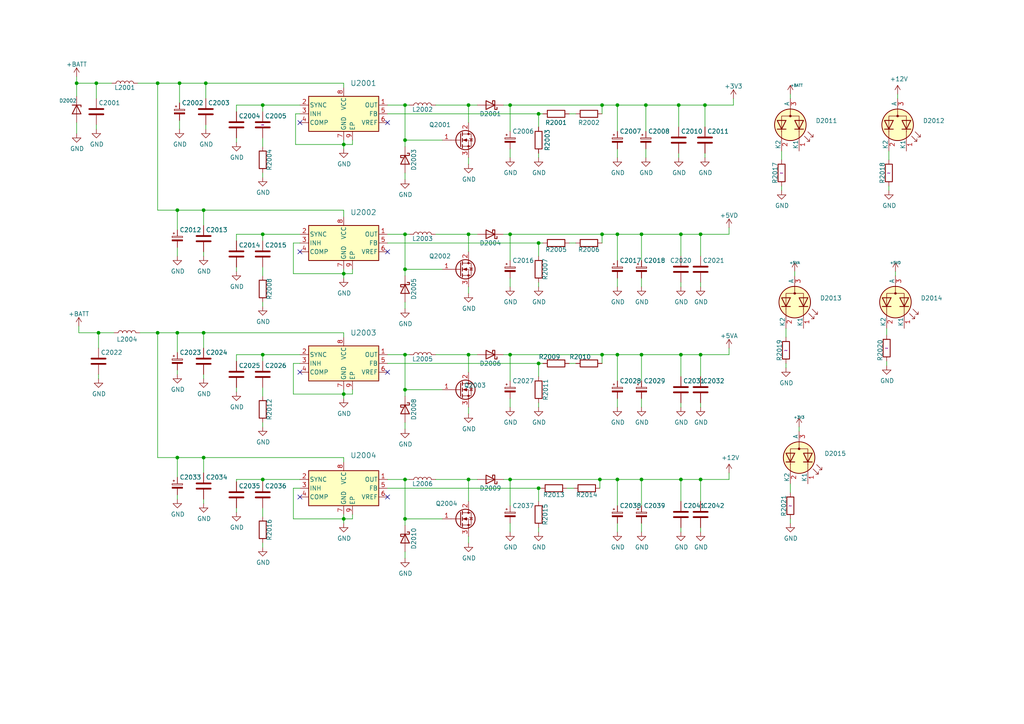
<source format=kicad_sch>
(kicad_sch (version 20211123) (generator eeschema)
  (paper "A4")
  (title_block (title "Cube Power Board ") (date "2021-04-21") (rev "V1-00") (company "CUBEDEB"))
  (lib_symbols
    (symbol "Device:C" (pin_numbers hide) (pin_names (offset 0.254))
      (property "Reference" "C" (at 0.635 2.54 0))
      (property "Value" "C" (at 0.635 -2.54 0))
      (symbol "C_0_1"
        (polyline (pts (xy -2.032 -0.762) (xy 2.032 -0.762)) (stroke (width 0.508)))
        (polyline (pts (xy -2.032 0.762) (xy 2.032 0.762)) (stroke (width 0.508)))
      )
      (symbol "C_1_1"
        (pin passive line (at 0 3.81 270) (length 2.794) (name "~") (number "1"))
        (pin passive line (at 0 -3.81 90) (length 2.794) (name "~") (number "2"))
      )
    )
    (symbol "Device:C_Polarized_Small" (pin_numbers hide) (pin_names (offset 0.254) hide)
      (property "Reference" "C" (at 0.254 1.778 0))
      (property "Value" "C_Polarized_Small" (at 0.254 -2.032 0))
      (symbol "C_Polarized_Small_0_1"
        (rectangle (start -1.524 -0.3048) (end 1.524 -0.6858) (fill (type outline)))
        (rectangle (start -1.524 0.6858) (end 1.524 0.3048))
        (polyline (pts (xy -1.27 1.524) (xy -0.762 1.524)))
        (polyline (pts (xy -1.016 1.27) (xy -1.016 1.778)))
      )
      (symbol "C_Polarized_Small_1_1"
        (pin passive line (at 0 2.54 270) (length 1.8542) (name "~") (number "1"))
        (pin passive line (at 0 -2.54 90) (length 1.8542) (name "~") (number "2"))
      )
    )
    (symbol "Device:D_Schottky" (pin_numbers hide) (pin_names (offset 1.016) hide)
      (property "Reference" "D" (at 0 2.54 0))
      (property "Value" "D_Schottky" (at 0 -2.54 0))
      (symbol "D_Schottky_0_1"
        (polyline (pts (xy 1.27 0) (xy -1.27 0)))
        (polyline (pts (xy 1.27 1.27) (xy 1.27 -1.27) (xy -1.27 0) (xy 1.27 1.27)) (stroke (width 0.254)))
        (polyline (pts (xy -1.905 0.635) (xy -1.905 1.27) (xy -1.27 1.27) (xy -1.27 -1.27) (xy -0.635 -1.27) (xy -0.635 -0.635)) (stroke (width 0.254)))
      )
      (symbol "D_Schottky_1_1"
        (pin passive line (at -3.81 0 0) (length 2.54) (name "K") (number "1"))
        (pin passive line (at 3.81 0 180) (length 2.54) (name "A") (number "2"))
      )
    )
    (symbol "Device:L" (pin_numbers hide) (pin_names (offset 1.016) hide)
      (property "Reference" "L" (at -1.27 0 90))
      (property "Value" "L" (at 1.905 0 90))
      (symbol "L_0_1"
        (arc (start 0 -2.54) (mid 0.635 -1.905) (end 0 -1.27))
        (arc (start 0 -1.27) (mid 0.635 -0.635) (end 0 0))
        (arc (start 0 0) (mid 0.635 0.635) (end 0 1.27))
        (arc (start 0 1.27) (mid 0.635 1.905) (end 0 2.54))
      )
      (symbol "L_1_1"
        (pin passive line (at 0 3.81 270) (length 1.27) (name "1") (number "1"))
        (pin passive line (at 0 -3.81 90) (length 1.27) (name "2") (number "2"))
      )
    )
    (symbol "Device:LED_Dual_KKA" (pin_names (offset 0))
      (property "Reference" "D" (at 0 5.715 0))
      (property "Value" "LED_Dual_KKA" (at 0 -6.35 0))
      (symbol "LED_Dual_KKA_0_1"
        (circle (center -2.54 0) (radius 0.2794) (fill (type outline)))
        (polyline (pts (xy -4.572 0) (xy -2.54 0)))
        (polyline (pts (xy 1.27 -1.27) (xy 1.27 -3.81)) (stroke (width 0.254)))
        (polyline (pts (xy 1.27 3.81) (xy 1.27 1.27)) (stroke (width 0.254)))
        (polyline (pts (xy 3.81 -2.54) (xy 1.905 -2.54)))
        (polyline (pts (xy 3.81 2.54) (xy 1.905 2.54)))
        (polyline (pts (xy -1.27 -1.27) (xy -1.27 -3.81) (xy 1.27 -2.54) (xy -1.27 -1.27)) (stroke (width 0.254)))
        (polyline (pts (xy -1.27 3.81) (xy -1.27 1.27) (xy 1.27 2.54) (xy -1.27 3.81)) (stroke (width 0.254)))
        (polyline (pts (xy 2.032 2.54) (xy -2.54 2.54) (xy -2.54 -2.54) (xy 2.032 -2.54)))
        (polyline (pts (xy 2.032 5.08) (xy 3.556 6.604) (xy 2.794 6.604) (xy 3.556 6.604) (xy 3.556 5.842)))
        (polyline (pts (xy 3.302 4.064) (xy 4.826 5.588) (xy 4.064 5.588) (xy 4.826 5.588) (xy 4.826 4.826)))
        (circle (center 0 0) (radius 4.572) (stroke (width 0.254)) (fill (type background)))
      )
      (symbol "LED_Dual_KKA_1_1"
        (pin input line (at 7.62 2.54 180) (length 3.81) (name "K1") (number "1"))
        (pin input line (at 7.62 -2.54 180) (length 3.81) (name "K2") (number "2"))
        (pin input line (at -7.62 0 0) (length 3.048) (name "A") (number "3"))
      )
    )
    (symbol "Device:Q_NMOS_GDS" (pin_names (offset 0) hide)
      (property "Reference" "Q" (at 5.08 1.27 0))
      (property "Value" "Q_NMOS_GDS" (at 5.08 -1.27 0))
      (symbol "Q_NMOS_GDS_0_1"
        (polyline (pts (xy 0.254 0) (xy -2.54 0)))
        (polyline (pts (xy 0.254 1.905) (xy 0.254 -1.905)) (stroke (width 0.254)))
        (polyline (pts (xy 0.762 -1.27) (xy 0.762 -2.286)) (stroke (width 0.254)))
        (polyline (pts (xy 0.762 0.508) (xy 0.762 -0.508)) (stroke (width 0.254)))
        (polyline (pts (xy 0.762 2.286) (xy 0.762 1.27)) (stroke (width 0.254)))
        (polyline (pts (xy 2.54 2.54) (xy 2.54 1.778)))
        (polyline (pts (xy 2.54 -2.54) (xy 2.54 0) (xy 0.762 0)))
        (polyline (pts (xy 0.762 -1.778) (xy 3.302 -1.778) (xy 3.302 1.778) (xy 0.762 1.778)))
        (polyline (pts (xy 1.016 0) (xy 2.032 0.381) (xy 2.032 -0.381) (xy 1.016 0)) (fill (type outline)))
        (polyline (pts (xy 2.794 0.508) (xy 2.921 0.381) (xy 3.683 0.381) (xy 3.81 0.254)))
        (polyline (pts (xy 3.302 0.381) (xy 2.921 -0.254) (xy 3.683 -0.254) (xy 3.302 0.381)))
        (circle (center 1.651 0) (radius 2.794) (stroke (width 0.254)))
        (circle (center 2.54 -1.778) (radius 0.254) (fill (type outline)))
        (circle (center 2.54 1.778) (radius 0.254) (fill (type outline)))
      )
      (symbol "Q_NMOS_GDS_1_1"
        (pin input line (at -5.08 0 0) (length 2.54) (name "G") (number "1"))
        (pin passive line (at 2.54 5.08 270) (length 2.54) (name "D") (number "2"))
        (pin passive line (at 2.54 -5.08 90) (length 2.54) (name "S") (number "3"))
      )
    )
    (symbol "Device:R" (pin_numbers hide) (pin_names (offset 0))
      (property "Reference" "R" (at 2.032 0 90))
      (property "Value" "R" (at 0 0 90))
      (symbol "R_0_1"
        (rectangle (start -1.016 -2.54) (end 1.016 2.54) (stroke (width 0.254)))
      )
      (symbol "R_1_1"
        (pin passive line (at 0 3.81 270) (length 1.27) (name "~") (number "1"))
        (pin passive line (at 0 -3.81 90) (length 1.27) (name "~") (number "2"))
      )
    )
    (symbol "Diode:Z1SMAxxx" (pin_numbers hide) (pin_names (offset 1.016) hide)
      (property "Reference" "D" (at 0 2.54 0))
      (property "Value" "Z1SMAxxx" (at 0 -2.54 0))
      (symbol "Z1SMAxxx_0_1"
        (polyline (pts (xy 1.27 0) (xy -1.27 0)))
        (polyline (pts (xy -1.27 -1.27) (xy -1.27 1.27) (xy -0.762 1.27)) (stroke (width 0.254)))
        (polyline (pts (xy 1.27 -1.27) (xy 1.27 1.27) (xy -1.27 0) (xy 1.27 -1.27)) (stroke (width 0.254)))
      )
      (symbol "Z1SMAxxx_1_1"
        (pin passive line (at -3.81 0 0) (length 2.54) (name "K") (number "1"))
        (pin passive line (at 3.81 0 180) (length 2.54) (name "A") (number "2"))
      )
    )
    (symbol "Power_Board-2021-rescue:+3.3V-" (power) (pin_names (offset 0))
      (property "Value" "+3.3V-" (at 0 3.556 0))
      (symbol "+3.3V-_0_1"
        (polyline (pts (xy -0.762 1.27) (xy 0 2.54)))
        (polyline (pts (xy 0 0) (xy 0 2.54)))
        (polyline (pts (xy 0 2.54) (xy 0.762 1.27)))
      )
      (symbol "+3.3V-_1_1"
        (pin power_in line (at 0 0 90) (length 0) hide (name "+3V3") (number "1"))
      )
    )
    (symbol "Regulator_Switching:L5973D" (pin_names (offset 0.254))
      (property "Reference" "U" (at -10.16 6.35 0))
      (property "Value" "L5973D" (at 3.81 6.35 0))
      (symbol "L5973D_0_1"
        (rectangle (start -10.16 5.08) (end 10.16 -5.08) (stroke (width 0.254)) (fill (type background)))
      )
      (symbol "L5973D_1_1"
        (pin output line (at 12.7 2.54 180) (length 2.54) (name "OUT") (number "1"))
        (pin bidirectional line (at -12.7 2.54 0) (length 2.54) (name "SYNC") (number "2"))
        (pin input line (at -12.7 0 0) (length 2.54) (name "INH") (number "3"))
        (pin passive line (at -12.7 -2.54 0) (length 2.54) (name "COMP") (number "4"))
        (pin input line (at 12.7 0 180) (length 2.54) (name "FB") (number "5"))
        (pin output line (at 12.7 -2.54 180) (length 2.54) (name "VREF") (number "6"))
        (pin power_in line (at 0 -7.62 90) (length 2.54) (name "GND") (number "7"))
        (pin power_in line (at 0 7.62 270) (length 2.54) (name "VCC") (number "8"))
        (pin passive line (at 2.54 -7.62 90) (length 2.54) (name "EP") (number "9"))
      )
    )
    (symbol "power:+12V" (power) (pin_names (offset 0))
      (property "Value" "+12V" (at 0 3.556 0))
      (symbol "+12V_0_1"
        (polyline (pts (xy -0.762 1.27) (xy 0 2.54)))
        (polyline (pts (xy 0 0) (xy 0 2.54)))
        (polyline (pts (xy 0 2.54) (xy 0.762 1.27)))
      )
      (symbol "+12V_1_1"
        (pin power_in line (at 0 0 90) (length 0) hide (name "+12V") (number "1"))
      )
    )
    (symbol "power:+3.3V" (power) (pin_names (offset 0))
      (property "Value" "+3.3V" (at 0 3.556 0))
      (symbol "+3.3V_0_1"
        (polyline (pts (xy -0.762 1.27) (xy 0 2.54)))
        (polyline (pts (xy 0 0) (xy 0 2.54)))
        (polyline (pts (xy 0 2.54) (xy 0.762 1.27)))
      )
      (symbol "+3.3V_1_1"
        (pin power_in line (at 0 0 90) (length 0) hide (name "+3V3") (number "1"))
      )
    )
    (symbol "power:+5VA" (power) (pin_names (offset 0))
      (property "Value" "+5VA" (at 0 3.556 0))
      (symbol "+5VA_0_1"
        (polyline (pts (xy -0.762 1.27) (xy 0 2.54)))
        (polyline (pts (xy 0 0) (xy 0 2.54)))
        (polyline (pts (xy 0 2.54) (xy 0.762 1.27)))
      )
      (symbol "+5VA_1_1"
        (pin power_in line (at 0 0 90) (length 0) hide (name "+5VA") (number "1"))
      )
    )
    (symbol "power:+5VD" (power) (pin_names (offset 0))
      (property "Value" "+5VD" (at 0 3.556 0))
      (symbol "+5VD_0_1"
        (polyline (pts (xy -0.762 1.27) (xy 0 2.54)))
        (polyline (pts (xy 0 0) (xy 0 2.54)))
        (polyline (pts (xy 0 2.54) (xy 0.762 1.27)))
      )
      (symbol "+5VD_1_1"
        (pin power_in line (at 0 0 90) (length 0) hide (name "+5VD") (number "1"))
      )
    )
    (symbol "power:+BATT" (power) (pin_names (offset 0))
      (property "Value" "+BATT" (at 0 3.556 0))
      (symbol "+BATT_0_1"
        (polyline (pts (xy -0.762 1.27) (xy 0 2.54)))
        (polyline (pts (xy 0 0) (xy 0 2.54)))
        (polyline (pts (xy 0 2.54) (xy 0.762 1.27)))
      )
      (symbol "+BATT_1_1"
        (pin power_in line (at 0 0 90) (length 0) hide (name "+BATT") (number "1"))
      )
    )
    (symbol "power:GND" (power) (pin_names (offset 0))
      (property "Value" "GND" (at 0 -3.81 0))
      (symbol "GND_0_1"
        (polyline (pts (xy 0 0) (xy 0 -1.27) (xy 1.27 -1.27) (xy 0 -2.54) (xy -1.27 -1.27) (xy 0 -1.27)))
      )
      (symbol "GND_1_1"
        (pin power_in line (at 0 0 270) (length 0) hide (name "GND") (number "1"))
      )
    )
  )
  (junction (at 186.055 139.065))
  (junction (at 52.07 24.13))
  (junction (at 174.625 30.48))
  (junction (at 117.475 30.48))
  (junction (at 196.85 30.48))
  (junction (at 27.94 24.13))
  (junction (at 117.475 139.065))
  (junction (at 135.89 30.48))
  (junction (at 76.2 139.065))
  (junction (at 147.955 139.065))
  (junction (at 99.695 41.91))
  (junction (at 197.485 67.945))
  (junction (at 99.695 79.375))
  (junction (at 117.475 113.03))
  (junction (at 179.07 30.48))
  (junction (at 117.475 150.495))
  (junction (at 147.955 67.945))
  (junction (at 117.475 78.105))
  (junction (at 117.475 102.87))
  (junction (at 156.21 70.485))
  (junction (at 197.485 102.87))
  (junction (at 135.89 102.87))
  (junction (at 45.72 24.13))
  (junction (at 187.325 30.48))
  (junction (at 22.225 24.13))
  (junction (at 76.2 102.87))
  (junction (at 59.055 96.52))
  (junction (at 59.055 132.715))
  (junction (at 156.21 33.02))
  (junction (at 76.2 30.48))
  (junction (at 186.055 67.945))
  (junction (at 59.055 60.96))
  (junction (at 99.695 150.495))
  (junction (at 173.99 139.065))
  (junction (at 99.695 114.3))
  (junction (at 197.485 139.065))
  (junction (at 156.21 105.41))
  (junction (at 203.2 139.065))
  (junction (at 204.47 30.48))
  (junction (at 179.07 139.065))
  (junction (at 174.625 102.87))
  (junction (at 186.055 102.87))
  (junction (at 179.07 102.87))
  (junction (at 51.435 60.96))
  (junction (at 117.475 40.64))
  (junction (at 135.89 67.945))
  (junction (at 179.07 67.945))
  (junction (at 147.955 102.87))
  (junction (at 203.2 67.945))
  (junction (at 59.69 24.13))
  (junction (at 174.625 67.945))
  (junction (at 51.435 132.715))
  (junction (at 147.955 30.48))
  (junction (at 203.2 102.87))
  (junction (at 156.21 141.605))
  (junction (at 51.435 96.52))
  (junction (at 76.2 67.945))
  (junction (at 45.72 96.52))
  (junction (at 28.575 96.52))
  (junction (at 117.475 67.945))
  (junction (at 135.89 139.065))
  (no_connect (at 86.995 35.56))
  (no_connect (at 86.995 107.95))
  (no_connect (at 112.395 107.95))
  (no_connect (at 86.995 73.025))
  (no_connect (at 86.995 144.145))
  (no_connect (at 112.395 73.025))
  (no_connect (at 112.395 144.145))
  (no_connect (at 112.395 35.56))
  (wire (pts (xy 117.475 87.63) (xy 117.475 89.535)))
  (wire (pts (xy 68.58 67.945) (xy 76.2 67.945)))
  (wire (pts (xy 117.475 139.065) (xy 118.745 139.065)))
  (wire (pts (xy 147.955 75.565) (xy 147.955 67.945)))
  (wire (pts (xy 117.475 122.555) (xy 117.475 124.46)))
  (wire (pts (xy 135.89 118.11) (xy 135.89 120.015)))
  (wire (pts (xy 186.055 80.645) (xy 186.055 83.185)))
  (wire (pts (xy 68.58 112.395) (xy 68.58 113.665)))
  (wire (pts (xy 99.695 113.03) (xy 99.695 114.3)))
  (wire (pts (xy 59.055 137.16) (xy 59.055 132.715)))
  (wire (pts (xy 164.465 141.605) (xy 166.37 141.605)))
  (wire (pts (xy 135.89 67.945) (xy 138.43 67.945)))
  (wire (pts (xy 76.2 112.395) (xy 76.2 114.935)))
  (wire (pts (xy 211.455 67.945) (xy 211.455 66.04)))
  (wire (pts (xy 99.695 96.52) (xy 99.695 97.79)))
  (wire (pts (xy 99.695 150.495) (xy 102.235 150.495)))
  (wire (pts (xy 165.1 33.02) (xy 167.005 33.02)))
  (wire (pts (xy 40.005 24.13) (xy 45.72 24.13)))
  (wire (pts (xy 76.2 102.87) (xy 86.995 102.87)))
  (wire (pts (xy 112.395 139.065) (xy 117.475 139.065)))
  (wire (pts (xy 226.695 55.245) (xy 226.695 53.975)))
  (wire (pts (xy 156.21 116.84) (xy 156.21 118.11)))
  (wire (pts (xy 187.325 38.1) (xy 187.325 30.48)))
  (wire (pts (xy 85.09 105.41) (xy 85.09 114.3)))
  (wire (pts (xy 117.475 30.48) (xy 118.745 30.48)))
  (wire (pts (xy 102.235 79.375) (xy 102.235 78.105)))
  (wire (pts (xy 112.395 141.605) (xy 156.21 141.605)))
  (wire (pts (xy 68.58 67.945) (xy 68.58 69.85)))
  (wire (pts (xy 52.07 34.925) (xy 52.07 37.465)))
  (wire (pts (xy 86.995 33.02) (xy 85.725 33.02)))
  (wire (pts (xy 51.435 107.315) (xy 51.435 108.585)))
  (wire (pts (xy 156.21 153.035) (xy 156.21 154.305)))
  (wire (pts (xy 102.235 114.3) (xy 102.235 113.03)))
  (wire (pts (xy 179.07 67.945) (xy 186.055 67.945)))
  (wire (pts (xy 229.235 150.495) (xy 229.235 151.765)))
  (wire (pts (xy 203.2 81.915) (xy 203.2 83.185)))
  (wire (pts (xy 197.485 139.065) (xy 203.2 139.065)))
  (wire (pts (xy 99.695 114.3) (xy 99.695 115.57)))
  (wire (pts (xy 117.475 160.02) (xy 117.475 161.925)))
  (wire (pts (xy 22.225 24.13) (xy 27.94 24.13)))
  (wire (pts (xy 68.58 139.065) (xy 76.2 139.065)))
  (wire (pts (xy 197.485 67.945) (xy 203.2 67.945)))
  (wire (pts (xy 112.395 33.02) (xy 156.21 33.02)))
  (wire (pts (xy 135.89 155.575) (xy 135.89 157.48)))
  (wire (pts (xy 204.47 30.48) (xy 212.725 30.48)))
  (wire (pts (xy 86.995 70.485) (xy 85.09 70.485)))
  (wire (pts (xy 68.58 30.48) (xy 76.2 30.48)))
  (wire (pts (xy 28.575 100.965) (xy 28.575 96.52)))
  (wire (pts (xy 135.89 83.185) (xy 135.89 85.09)))
  (wire (pts (xy 117.475 113.03) (xy 117.475 114.935)))
  (wire (pts (xy 68.58 102.87) (xy 76.2 102.87)))
  (wire (pts (xy 117.475 102.87) (xy 117.475 113.03)))
  (wire (pts (xy 147.955 102.87) (xy 174.625 102.87)))
  (wire (pts (xy 99.695 41.91) (xy 99.695 43.18)))
  (wire (pts (xy 117.475 50.165) (xy 117.475 52.07)))
  (wire (pts (xy 85.725 41.91) (xy 99.695 41.91)))
  (wire (pts (xy 45.72 24.13) (xy 52.07 24.13)))
  (wire (pts (xy 179.07 38.1) (xy 179.07 30.48)))
  (wire (pts (xy 186.055 139.065) (xy 197.485 139.065)))
  (wire (pts (xy 186.055 146.685) (xy 186.055 139.065)))
  (wire (pts (xy 156.21 81.915) (xy 156.21 83.185)))
  (wire (pts (xy 76.2 30.48) (xy 86.995 30.48)))
  (wire (pts (xy 27.94 28.575) (xy 27.94 24.13)))
  (wire (pts (xy 147.955 67.945) (xy 174.625 67.945)))
  (wire (pts (xy 112.395 105.41) (xy 156.21 105.41)))
  (wire (pts (xy 135.89 35.56) (xy 135.89 30.48)))
  (wire (pts (xy 186.055 115.57) (xy 186.055 118.11)))
  (wire (pts (xy 22.225 24.13) (xy 22.225 27.94)))
  (wire (pts (xy 203.2 139.065) (xy 203.2 145.415)))
  (wire (pts (xy 174.625 70.485) (xy 174.625 67.945)))
  (wire (pts (xy 112.395 70.485) (xy 156.21 70.485)))
  (wire (pts (xy 173.99 139.065) (xy 179.07 139.065)))
  (wire (pts (xy 257.81 43.815) (xy 257.81 46.355)))
  (wire (pts (xy 179.07 75.565) (xy 179.07 67.945)))
  (wire (pts (xy 186.055 67.945) (xy 197.485 67.945)))
  (wire (pts (xy 59.69 28.575) (xy 59.69 24.13)))
  (wire (pts (xy 68.58 40.005) (xy 68.58 41.275)))
  (wire (pts (xy 196.85 44.45) (xy 196.85 45.72)))
  (wire (pts (xy 76.2 67.945) (xy 86.995 67.945)))
  (wire (pts (xy 117.475 78.105) (xy 128.27 78.105)))
  (wire (pts (xy 187.325 43.18) (xy 187.325 45.72)))
  (wire (pts (xy 259.715 78.74) (xy 259.715 80.01)))
  (wire (pts (xy 147.955 110.49) (xy 147.955 102.87)))
  (wire (pts (xy 102.235 150.495) (xy 102.235 149.225)))
  (wire (pts (xy 76.2 139.065) (xy 76.2 139.7)))
  (wire (pts (xy 156.845 141.605) (xy 156.21 141.605)))
  (wire (pts (xy 22.86 94.615) (xy 22.86 96.52)))
  (wire (pts (xy 156.21 33.02) (xy 157.48 33.02)))
  (wire (pts (xy 51.435 60.96) (xy 51.435 66.675)))
  (wire (pts (xy 76.2 157.48) (xy 76.2 158.75)))
  (wire (pts (xy 51.435 71.755) (xy 51.435 74.295)))
  (wire (pts (xy 179.07 151.765) (xy 179.07 154.305)))
  (wire (pts (xy 197.485 116.84) (xy 197.485 118.11)))
  (wire (pts (xy 76.2 122.555) (xy 76.2 123.825)))
  (wire (pts (xy 27.94 36.195) (xy 27.94 37.465)))
  (wire (pts (xy 179.07 115.57) (xy 179.07 118.11)))
  (wire (pts (xy 126.365 67.945) (xy 135.89 67.945)))
  (wire (pts (xy 99.695 24.13) (xy 99.695 25.4)))
  (wire (pts (xy 186.055 151.765) (xy 186.055 154.305)))
  (wire (pts (xy 99.695 150.495) (xy 99.695 151.765)))
  (wire (pts (xy 126.365 102.87) (xy 135.89 102.87)))
  (wire (pts (xy 146.05 30.48) (xy 147.955 30.48)))
  (wire (pts (xy 156.21 105.41) (xy 157.48 105.41)))
  (wire (pts (xy 99.695 60.96) (xy 99.695 62.865)))
  (wire (pts (xy 196.85 30.48) (xy 204.47 30.48)))
  (wire (pts (xy 45.72 96.52) (xy 45.72 132.715)))
  (wire (pts (xy 51.435 143.51) (xy 51.435 144.78)))
  (wire (pts (xy 156.21 36.83) (xy 156.21 33.02)))
  (wire (pts (xy 257.81 53.975) (xy 257.81 55.245)))
  (wire (pts (xy 76.2 77.47) (xy 76.2 80.01)))
  (wire (pts (xy 76.2 147.32) (xy 76.2 149.86)))
  (wire (pts (xy 135.89 73.025) (xy 135.89 67.945)))
  (wire (pts (xy 174.625 67.945) (xy 179.07 67.945)))
  (wire (pts (xy 59.055 144.78) (xy 59.055 146.05)))
  (wire (pts (xy 174.625 102.87) (xy 179.07 102.87)))
  (wire (pts (xy 257.175 106.045) (xy 257.175 104.775)))
  (wire (pts (xy 102.235 41.91) (xy 102.235 40.64)))
  (wire (pts (xy 173.99 141.605) (xy 173.99 139.065)))
  (wire (pts (xy 147.955 30.48) (xy 174.625 30.48)))
  (wire (pts (xy 112.395 102.87) (xy 117.475 102.87)))
  (wire (pts (xy 174.625 105.41) (xy 174.625 102.87)))
  (wire (pts (xy 51.435 96.52) (xy 59.055 96.52)))
  (wire (pts (xy 146.05 102.87) (xy 147.955 102.87)))
  (wire (pts (xy 99.695 40.64) (xy 99.695 41.91)))
  (wire (pts (xy 147.955 80.645) (xy 147.955 83.185)))
  (wire (pts (xy 203.2 139.065) (xy 211.455 139.065)))
  (wire (pts (xy 85.725 33.02) (xy 85.725 41.91)))
  (wire (pts (xy 59.055 100.965) (xy 59.055 96.52)))
  (wire (pts (xy 76.2 87.63) (xy 76.2 88.9)))
  (wire (pts (xy 85.09 141.605) (xy 85.09 150.495)))
  (wire (pts (xy 68.58 30.48) (xy 68.58 32.385)))
  (wire (pts (xy 196.85 30.48) (xy 196.85 36.83)))
  (wire (pts (xy 76.2 139.065) (xy 86.995 139.065)))
  (wire (pts (xy 85.09 79.375) (xy 99.695 79.375)))
  (wire (pts (xy 117.475 150.495) (xy 117.475 152.4)))
  (wire (pts (xy 27.94 24.13) (xy 32.385 24.13)))
  (wire (pts (xy 22.225 35.56) (xy 22.225 38.735)))
  (wire (pts (xy 186.055 102.87) (xy 197.485 102.87)))
  (wire (pts (xy 156.21 44.45) (xy 156.21 45.72)))
  (wire (pts (xy 156.21 74.295) (xy 156.21 70.485)))
  (wire (pts (xy 179.07 102.87) (xy 186.055 102.87)))
  (wire (pts (xy 117.475 40.64) (xy 128.27 40.64)))
  (wire (pts (xy 126.365 30.48) (xy 135.89 30.48)))
  (wire (pts (xy 68.58 102.87) (xy 68.58 104.775)))
  (wire (pts (xy 197.485 67.945) (xy 197.485 74.295)))
  (wire (pts (xy 146.05 139.065) (xy 147.955 139.065)))
  (wire (pts (xy 59.055 132.715) (xy 99.695 132.715)))
  (wire (pts (xy 174.625 33.02) (xy 174.625 30.48)))
  (wire (pts (xy 45.72 96.52) (xy 51.435 96.52)))
  (wire (pts (xy 76.2 50.165) (xy 76.2 51.435)))
  (wire (pts (xy 68.58 77.47) (xy 68.58 78.74)))
  (wire (pts (xy 52.07 24.13) (xy 52.07 29.845)))
  (wire (pts (xy 59.69 24.13) (xy 99.695 24.13)))
  (wire (pts (xy 211.455 102.87) (xy 211.455 100.965)))
  (wire (pts (xy 179.07 30.48) (xy 187.325 30.48)))
  (wire (pts (xy 117.475 30.48) (xy 117.475 40.64)))
  (wire (pts (xy 147.955 139.065) (xy 173.99 139.065)))
  (wire (pts (xy 117.475 113.03) (xy 128.27 113.03)))
  (wire (pts (xy 51.435 96.52) (xy 51.435 102.235)))
  (wire (pts (xy 197.485 153.035) (xy 197.485 154.305)))
  (wire (pts (xy 51.435 132.715) (xy 59.055 132.715)))
  (wire (pts (xy 99.695 79.375) (xy 102.235 79.375)))
  (wire (pts (xy 85.09 105.41) (xy 86.995 105.41)))
  (wire (pts (xy 135.89 102.87) (xy 138.43 102.87)))
  (wire (pts (xy 179.07 139.065) (xy 186.055 139.065)))
  (wire (pts (xy 112.395 67.945) (xy 117.475 67.945)))
  (wire (pts (xy 203.2 67.945) (xy 203.2 74.295)))
  (wire (pts (xy 59.055 73.025) (xy 59.055 74.295)))
  (wire (pts (xy 99.695 114.3) (xy 102.235 114.3)))
  (wire (pts (xy 179.07 146.685) (xy 179.07 139.065)))
  (wire (pts (xy 117.475 40.64) (xy 117.475 42.545)))
  (wire (pts (xy 59.055 60.96) (xy 99.695 60.96)))
  (wire (pts (xy 197.485 102.87) (xy 197.485 109.22)))
  (wire (pts (xy 135.89 139.065) (xy 135.89 145.415)))
  (wire (pts (xy 117.475 139.065) (xy 117.475 150.495)))
  (wire (pts (xy 135.89 139.065) (xy 138.43 139.065)))
  (wire (pts (xy 227.965 106.68) (xy 227.965 105.41)))
  (wire (pts (xy 76.2 102.87) (xy 76.2 104.775)))
  (wire (pts (xy 51.435 60.96) (xy 59.055 60.96)))
  (wire (pts (xy 179.07 43.18) (xy 179.07 45.72)))
  (wire (pts (xy 227.965 95.25) (xy 227.965 97.79)))
  (wire (pts (xy 85.09 150.495) (xy 99.695 150.495)))
  (wire (pts (xy 28.575 96.52) (xy 33.02 96.52)))
  (wire (pts (xy 156.21 109.22) (xy 156.21 105.41)))
  (wire (pts (xy 117.475 78.105) (xy 117.475 80.01)))
  (wire (pts (xy 230.505 78.74) (xy 230.505 80.01)))
  (wire (pts (xy 45.72 132.715) (xy 51.435 132.715)))
  (wire (pts (xy 68.58 147.32) (xy 68.58 148.59)))
  (wire (pts (xy 59.69 36.195) (xy 59.69 37.465)))
  (wire (pts (xy 59.055 65.405) (xy 59.055 60.96)))
  (wire (pts (xy 179.07 110.49) (xy 179.07 102.87)))
  (wire (pts (xy 174.625 30.48) (xy 179.07 30.48)))
  (wire (pts (xy 68.58 139.065) (xy 68.58 139.7)))
  (wire (pts (xy 99.695 41.91) (xy 102.235 41.91)))
  (wire (pts (xy 126.365 139.065) (xy 135.89 139.065)))
  (wire (pts (xy 99.695 79.375) (xy 99.695 80.645)))
  (wire (pts (xy 231.775 123.825) (xy 231.775 125.095)))
  (wire (pts (xy 99.695 78.105) (xy 99.695 79.375)))
  (wire (pts (xy 22.86 96.52) (xy 28.575 96.52)))
  (wire (pts (xy 156.21 141.605) (xy 156.21 145.415)))
  (wire (pts (xy 59.055 108.585) (xy 59.055 109.855)))
  (wire (pts (xy 99.695 132.715) (xy 99.695 133.985)))
  (wire (pts (xy 197.485 139.065) (xy 197.485 145.415)))
  (wire (pts (xy 147.955 151.765) (xy 147.955 154.305)))
  (wire (pts (xy 22.225 22.225) (xy 22.225 24.13)))
  (wire (pts (xy 45.72 60.96) (xy 45.72 24.13)))
  (wire (pts (xy 117.475 150.495) (xy 128.27 150.495)))
  (wire (pts (xy 112.395 30.48) (xy 117.475 30.48)))
  (wire (pts (xy 59.055 96.52) (xy 99.695 96.52)))
  (wire (pts (xy 85.09 70.485) (xy 85.09 79.375)))
  (wire (pts (xy 147.955 146.685) (xy 147.955 139.065)))
  (wire (pts (xy 86.995 141.605) (xy 85.09 141.605)))
  (wire (pts (xy 76.2 67.945) (xy 76.2 69.85)))
  (wire (pts (xy 76.2 30.48) (xy 76.2 32.385)))
  (wire (pts (xy 186.055 110.49) (xy 186.055 102.87)))
  (wire (pts (xy 51.435 132.715) (xy 51.435 138.43)))
  (wire (pts (xy 212.725 30.48) (xy 212.725 28.575)))
  (wire (pts (xy 28.575 108.585) (xy 28.575 109.855)))
  (wire (pts (xy 203.2 116.84) (xy 203.2 118.11)))
  (wire (pts (xy 40.64 96.52) (xy 45.72 96.52)))
  (wire (pts (xy 179.07 80.645) (xy 179.07 83.185)))
  (wire (pts (xy 156.21 70.485) (xy 157.48 70.485)))
  (wire (pts (xy 257.175 95.25) (xy 257.175 97.155)))
  (wire (pts (xy 229.235 28.575) (xy 229.235 27.305)))
  (wire (pts (xy 135.89 45.72) (xy 135.89 47.625)))
  (wire (pts (xy 229.235 140.335) (xy 229.235 142.875)))
  (wire (pts (xy 165.1 70.485) (xy 167.005 70.485)))
  (wire (pts (xy 146.05 67.945) (xy 147.955 67.945)))
  (wire (pts (xy 45.72 60.96) (xy 51.435 60.96)))
  (wire (pts (xy 165.1 105.41) (xy 167.005 105.41)))
  (wire (pts (xy 226.695 43.815) (xy 226.695 46.355)))
  (wire (pts (xy 117.475 102.87) (xy 118.745 102.87)))
  (wire (pts (xy 186.055 75.565) (xy 186.055 67.945)))
  (wire (pts (xy 203.2 102.87) (xy 211.455 102.87)))
  (wire (pts (xy 117.475 67.945) (xy 118.745 67.945)))
  (wire (pts (xy 203.2 67.945) (xy 211.455 67.945)))
  (wire (pts (xy 147.955 115.57) (xy 147.955 118.11)))
  (wire (pts (xy 135.89 107.95) (xy 135.89 102.87)))
  (wire (pts (xy 99.695 149.225) (xy 99.695 150.495)))
  (wire (pts (xy 197.485 81.915) (xy 197.485 83.185)))
  (wire (pts (xy 203.2 102.87) (xy 203.2 109.22)))
  (wire (pts (xy 147.955 38.1) (xy 147.955 30.48)))
  (wire (pts (xy 85.09 114.3) (xy 99.695 114.3)))
  (wire (pts (xy 117.475 67.945) (xy 117.475 78.105)))
  (wire (pts (xy 76.2 40.005) (xy 76.2 42.545)))
  (wire (pts (xy 203.2 153.035) (xy 203.2 154.305)))
  (wire (pts (xy 204.47 30.48) (xy 204.47 36.83)))
  (wire (pts (xy 260.35 27.305) (xy 260.35 28.575)))
  (wire (pts (xy 135.89 30.48) (xy 138.43 30.48)))
  (wire (pts (xy 147.955 43.18) (xy 147.955 45.72)))
  (wire (pts (xy 211.455 139.065) (xy 211.455 137.16)))
  (wire (pts (xy 197.485 102.87) (xy 203.2 102.87)))
  (wire (pts (xy 52.07 24.13) (xy 59.69 24.13)))
  (wire (pts (xy 187.325 30.48) (xy 196.85 30.48)))
  (wire (pts (xy 204.47 44.45) (xy 204.47 45.72)))
  (symbol (lib_id "Device:R") (at 227.965 101.6 0) (unit 1)
    (property "Reference" "R2019" (at 226.06 101.6 90))
    (property "Datasheet" "~" (at 227.965 101.6 0) (effects (font (size 1.524 1.524))))
  )
  (symbol (lib_id "Device:R") (at 257.81 50.165 0) (unit 1)
    (property "Reference" "R2018" (at 255.905 50.165 90))
    (property "Datasheet" "~" (at 257.81 50.165 0) (effects (font (size 1.524 1.524))))
  )
  (symbol (lib_id "Device:R") (at 257.175 100.965 0) (unit 1)
    (property "Reference" "R2020" (at 255.27 101.6 90))
    (property "Datasheet" "~" (at 257.175 100.965 0) (effects (font (size 1.524 1.524))))
  )
  (symbol (lib_id "Device:R") (at 229.235 146.685 0) (unit 1)
    (property "Reference" "R2021" (at 227.33 146.685 90))
    (property "Datasheet" "~" (at 229.235 146.685 0) (effects (font (size 1.524 1.524))))
  )
  (symbol (lib_id "power:+5VA") (at 230.505 78.74 0) (unit 1)
    (property "Reference" "#PWR027" (effects hide))
  )
  (symbol (lib_id "power:+5VD") (at 259.715 78.74 0) (unit 1)
    (property "Reference" "#PWR028" (effects hide))
  )
  (symbol (lib_id "Power_Board-2021-rescue:+3.3V-") (at 231.775 123.825 0) (unit 1)
    (property "Reference" "#PWR029" (effects hide))
  )
  (symbol (lib_id "power:+BATT") (at 229.235 27.305 0) (unit 1)
    (property "Reference" "#PWR030" (effects hide))
  )
  (symbol (lib_id "Device:R") (at 226.695 50.165 0) (unit 1)
    (property "Reference" "R2017" (at 224.79 50.165 90))
    (property "Datasheet" "~" (at 226.695 50.165 0) (effects (font (size 1.524 1.524))))
  )
  (symbol (lib_id "Regulator_Switching:L5973D") (at 99.695 33.02 0) (unit 1)
    (property "Reference" "U2001" (at 105.41 24.13 0) (effects (font (size 1.524 1.524))))
  )
  (symbol (lib_id "Device:C_Polarized_Small") (at 52.07 32.385 0) (unit 1)
    (property "Reference" "C2002" (at 52.705 29.845 0) (effects (justify left)))
  )
  (symbol (lib_id "Device:C") (at 76.2 36.195 0) (unit 1)
    (property "Reference" "C2005" (at 76.835 33.655 0) (effects (justify left)))
    (property "Datasheet" "~" (at 76.2 36.195 0))
  )
  (symbol (lib_id "Device:R") (at 76.2 46.355 0) (unit 1)
    (property "Reference" "R2004" (at 78.105 46.355 90))
  )
  (symbol (lib_id "Device:C") (at 68.58 36.195 0) (unit 1)
    (property "Reference" "C2004" (at 69.215 33.655 0) (effects (justify left)))
  )
  (symbol (lib_id "Device:L") (at 122.555 30.48 90) (unit 1)
    (property "Reference" "L2002" (at 122.555 31.75 90))
  )
  (symbol (lib_id "Device:D_Schottky") (at 142.24 30.48 180) (unit 1)
    (property "Reference" "D2001" (at 142.24 33.02 0))
  )
  (symbol (lib_id "Device:D_Schottky") (at 117.475 46.355 270) (unit 1)
    (property "Reference" "D2003" (at 120.015 46.355 0))
  )
  (symbol (lib_id "Device:Q_NMOS_GDS") (at 133.35 40.64 0) (unit 1)
    (property "Reference" "Q2001" (at 130.81 36.195 0) (effects (justify right)))
  )
  (symbol (lib_id "Device:C_Polarized_Small") (at 147.955 40.64 0) (unit 1)
    (property "Reference" "C2006" (at 148.59 38.1 0) (effects (justify left)))
  )
  (symbol (lib_id "Device:R") (at 161.29 33.02 270) (unit 1)
    (property "Reference" "R2001" (at 161.29 35.56 90))
  )
  (symbol (lib_id "Device:R") (at 170.815 33.02 270) (unit 1)
    (property "Reference" "R2002" (at 170.815 35.56 90))
  )
  (symbol (lib_id "Device:R") (at 156.21 40.64 0) (unit 1)
    (property "Reference" "R2003" (at 158.75 40.64 90))
  )
  (symbol (lib_id "Device:C_Polarized_Small") (at 179.07 40.64 0) (unit 1)
    (property "Reference" "C2007" (at 179.705 38.1 0) (effects (justify left)))
  )
  (symbol (lib_id "Device:C_Polarized_Small") (at 187.325 40.64 0) (unit 1)
    (property "Reference" "C2008" (at 187.96 38.1 0) (effects (justify left)))
  )
  (symbol (lib_id "Device:C") (at 196.85 40.64 0) (unit 1)
    (property "Reference" "C2010" (at 197.485 38.1 0) (effects (justify left)))
  )
  (symbol (lib_id "Device:C") (at 204.47 40.64 0) (unit 1)
    (property "Reference" "C2011" (at 205.105 38.1 0) (effects (justify left)))
  )
  (symbol (lib_id "Device:L") (at 36.195 24.13 90) (unit 1)
    (property "Reference" "L2001" (at 36.195 25.4 90))
  )
  (symbol (lib_id "Device:C") (at 59.69 32.385 0) (unit 1)
    (property "Reference" "C2003" (at 60.325 29.845 0) (effects (justify left)))
  )
  (symbol (lib_id "Diode:Z1SMAxxx") (at 22.225 31.75 270) (unit 1)
    (property "Reference" "D2002" (at 19.685 29.21 90) (effects (font (size 1.016 1.016))))
  )
  (symbol (lib_id "Device:C") (at 27.94 32.385 0) (unit 1)
    (property "Reference" "C2001" (at 28.575 29.845 0) (effects (justify left)))
  )
  (symbol (lib_id "Regulator_Switching:L5973D") (at 99.695 70.485 0) (unit 1)
    (property "Reference" "U2002" (at 105.41 61.595 0) (effects (font (size 1.524 1.524))))
  )
  (symbol (lib_id "Device:C_Polarized_Small") (at 51.435 69.215 0) (unit 1)
    (property "Reference" "C2012" (at 52.07 66.675 0) (effects (justify left)))
  )
  (symbol (lib_id "Device:C") (at 76.2 73.66 0) (unit 1)
    (property "Reference" "C2015" (at 76.835 71.12 0) (effects (justify left)))
  )
  (symbol (lib_id "Device:R") (at 76.2 83.82 0) (unit 1)
    (property "Reference" "R2008" (at 78.105 83.82 90))
  )
  (symbol (lib_id "Device:C") (at 68.58 73.66 0) (unit 1)
    (property "Reference" "C2014" (at 69.215 71.12 0) (effects (justify left)))
  )
  (symbol (lib_id "Device:L") (at 122.555 67.945 90) (unit 1)
    (property "Reference" "L2003" (at 122.555 69.215 90))
  )
  (symbol (lib_id "Device:D_Schottky") (at 142.24 67.945 180) (unit 1)
    (property "Reference" "D2004" (at 142.24 70.485 0))
  )
  (symbol (lib_id "Device:D_Schottky") (at 117.475 83.82 270) (unit 1)
    (property "Reference" "D2005" (at 120.015 83.82 0))
  )
  (symbol (lib_id "Device:Q_NMOS_GDS") (at 133.35 78.105 0) (unit 1)
    (property "Reference" "Q2002" (at 130.81 74.295 0) (effects (justify right)))
  )
  (symbol (lib_id "Device:C_Polarized_Small") (at 147.955 78.105 0) (unit 1)
    (property "Reference" "C2016" (at 148.59 75.565 0) (effects (justify left)))
  )
  (symbol (lib_id "Device:R") (at 161.29 70.485 270) (unit 1)
    (property "Reference" "R2005" (at 161.29 72.39 90))
  )
  (symbol (lib_id "Device:R") (at 170.815 70.485 270) (unit 1)
    (property "Reference" "R2006" (at 170.815 72.39 90))
  )
  (symbol (lib_id "Device:R") (at 156.21 78.105 0) (unit 1)
    (property "Reference" "R2007" (at 158.115 78.105 90))
  )
  (symbol (lib_id "power:+5VD") (at 211.455 66.04 0) (unit 1)
    (property "Reference" "#PWR055" (effects hide))
  )
  (symbol (lib_id "Device:C") (at 59.055 69.215 0) (unit 1)
    (property "Reference" "C2013" (at 59.69 66.675 0) (effects (justify left)))
  )
  (symbol (lib_id "Device:C_Polarized_Small") (at 179.07 78.105 0) (unit 1)
    (property "Reference" "C2017" (at 179.705 75.565 0) (effects (justify left)))
  )
  (symbol (lib_id "Device:C_Polarized_Small") (at 186.055 78.105 0) (unit 1)
    (property "Reference" "C2018" (at 186.69 75.565 0) (effects (justify left)))
  )
  (symbol (lib_id "Device:C") (at 197.485 78.105 0) (unit 1)
    (property "Reference" "C2020" (at 194.31 75.565 0) (effects (justify left)))
  )
  (symbol (lib_id "Device:C") (at 203.2 78.105 0) (unit 1)
    (property "Reference" "C2021" (at 203.835 75.565 0) (effects (justify left)))
  )
  (symbol (lib_id "power:+3.3V") (at 212.725 28.575 0) (unit 1)
    (property "Reference" "#PWR061" (effects hide))
  )
  (symbol (lib_id "Regulator_Switching:L5973D") (at 99.695 141.605 0) (unit 1)
    (property "Reference" "U2004" (at 105.41 132.08 0) (effects (font (size 1.524 1.524))))
  )
  (symbol (lib_id "Device:C_Polarized_Small") (at 51.435 140.97 0) (unit 1)
    (property "Reference" "C2033" (at 52.07 138.43 0) (effects (justify left)))
  )
  (symbol (lib_id "Device:C") (at 76.2 143.51 0) (unit 1)
    (property "Reference" "C2036" (at 76.835 140.97 0) (effects (justify left)))
  )
  (symbol (lib_id "Device:R") (at 76.2 153.67 0) (unit 1)
    (property "Reference" "R2016" (at 78.105 153.67 90))
  )
  (symbol (lib_id "Device:C") (at 68.58 143.51 0) (unit 1)
    (property "Reference" "C2035" (at 69.215 140.97 0) (effects (justify left)))
  )
  (symbol (lib_id "Device:L") (at 122.555 139.065 90) (unit 1)
    (property "Reference" "L2006" (at 122.555 140.335 90))
  )
  (symbol (lib_id "Device:D_Schottky") (at 142.24 139.065 180) (unit 1)
    (property "Reference" "D2009" (at 142.24 141.605 0))
  )
  (symbol (lib_id "Device:D_Schottky") (at 117.475 156.21 270) (unit 1)
    (property "Reference" "D2010" (at 120.015 156.21 0))
  )
  (symbol (lib_id "Device:C_Polarized_Small") (at 147.955 149.225 0) (unit 1)
    (property "Reference" "C2037" (at 148.59 146.685 0) (effects (justify left)))
  )
  (symbol (lib_id "Device:R") (at 160.655 141.605 270) (unit 1)
    (property "Reference" "R2013" (at 160.655 143.51 90))
  )
  (symbol (lib_id "Device:R") (at 170.18 141.605 270) (unit 1)
    (property "Reference" "R2014" (at 170.18 143.51 90))
  )
  (symbol (lib_id "Device:R") (at 156.21 149.225 0) (unit 1)
    (property "Reference" "R2015" (at 158.115 149.225 90))
  )
  (symbol (lib_id "Device:C") (at 59.055 140.97 0) (unit 1)
    (property "Reference" "C2034" (at 59.69 138.43 0) (effects (justify left)))
  )
  (symbol (lib_id "Device:C_Polarized_Small") (at 179.07 149.225 0) (unit 1)
    (property "Reference" "C2038" (at 179.705 146.685 0) (effects (justify left)))
  )
  (symbol (lib_id "Device:C_Polarized_Small") (at 186.055 149.225 0) (unit 1)
    (property "Reference" "C2039" (at 186.69 146.685 0) (effects (justify left)))
  )
  (symbol (lib_id "Device:C") (at 197.485 149.225 0) (unit 1)
    (property "Reference" "C2041" (at 198.12 146.685 0) (effects (justify left)))
  )
  (symbol (lib_id "Device:C") (at 203.2 149.225 0) (unit 1)
    (property "Reference" "C2042" (at 203.835 146.685 0) (effects (justify left)))
  )
  (symbol (lib_id "Device:Q_NMOS_GDS") (at 133.35 150.495 0) (unit 1)
    (property "Reference" "Q2004" (at 132.715 146.05 0) (effects (justify right)))
  )
  (symbol (lib_id "Regulator_Switching:L5973D") (at 99.695 105.41 0) (unit 1)
    (property "Reference" "U2003" (at 105.41 96.52 0) (effects (font (size 1.524 1.524))))
  )
  (symbol (lib_id "Device:C_Polarized_Small") (at 51.435 104.775 0) (unit 1)
    (property "Reference" "C2023" (at 52.07 102.235 0) (effects (justify left)))
  )
  (symbol (lib_id "Device:C") (at 76.2 108.585 0) (unit 1)
    (property "Reference" "C2026" (at 76.835 106.045 0) (effects (justify left)))
  )
  (symbol (lib_id "Device:R") (at 76.2 118.745 0) (unit 1)
    (property "Reference" "R2012" (at 78.105 118.745 90))
  )
  (symbol (lib_id "Device:C") (at 68.58 108.585 0) (unit 1)
    (property "Reference" "C2025" (at 69.215 106.045 0) (effects (justify left)))
  )
  (symbol (lib_id "Device:L") (at 122.555 102.87 90) (unit 1)
    (property "Reference" "L2005" (at 122.555 104.14 90))
  )
  (symbol (lib_id "Device:D_Schottky") (at 142.24 102.87 180) (unit 1)
    (property "Reference" "D2006" (at 142.24 105.41 0))
  )
  (symbol (lib_id "Device:D_Schottky") (at 117.475 118.745 270) (unit 1)
    (property "Reference" "D2008" (at 120.015 118.745 0))
  )
  (symbol (lib_id "Device:Q_NMOS_GDS") (at 133.35 113.03 0) (unit 1)
    (property "Reference" "Q2003" (at 140.97 111.76 0) (effects (justify right)))
  )
  (symbol (lib_id "Device:C_Polarized_Small") (at 147.955 113.03 0) (unit 1)
    (property "Reference" "C2027" (at 148.59 110.49 0) (effects (justify left)))
  )
  (symbol (lib_id "Device:R") (at 161.29 105.41 270) (unit 1)
    (property "Reference" "R2009" (at 159.385 103.505 90))
  )
  (symbol (lib_id "Device:R") (at 170.815 105.41 270) (unit 1)
    (property "Reference" "R2010" (at 168.275 103.505 90))
  )
  (symbol (lib_id "Device:R") (at 156.21 113.03 0) (unit 1)
    (property "Reference" "R2011" (at 158.242 113.03 90))
  )
  (symbol (lib_id "Device:L") (at 36.83 96.52 90) (unit 1)
    (property "Reference" "L2004" (at 36.83 98.425 90))
  )
  (symbol (lib_id "Device:C") (at 59.055 104.775 0) (unit 1)
    (property "Reference" "C2024" (at 59.69 102.235 0) (effects (justify left)))
  )
  (symbol (lib_id "Device:C") (at 28.575 104.775 0) (unit 1)
    (property "Reference" "C2022" (at 29.21 102.235 0) (effects (justify left)))
  )
  (symbol (lib_id "Device:C_Polarized_Small") (at 179.07 113.03 0) (unit 1)
    (property "Reference" "C2028" (at 179.705 110.49 0) (effects (justify left)))
  )
  (symbol (lib_id "Device:C_Polarized_Small") (at 186.055 113.03 0) (unit 1)
    (property "Reference" "C2029" (at 186.69 110.49 0) (effects (justify left)))
  )
  (symbol (lib_id "Device:C") (at 197.485 113.03 0) (unit 1)
    (property "Reference" "C2031" (at 198.12 110.49 0) (effects (justify left)))
  )
  (symbol (lib_id "Device:C") (at 203.2 113.03 0) (unit 1)
    (property "Reference" "C2032" (at 203.835 110.49 0) (effects (justify left)))
  )
  (symbol (lib_id "power:+5VA") (at 211.455 100.965 0) (unit 1)
    (property "Reference" "#PWR091" (effects hide))
  )
  (symbol (lib_id "power:+BATT") (at 22.86 94.615 0) (unit 1)
    (property "Reference" "#PWR092" (effects hide))
  )
  (symbol (lib_id "power:+BATT") (at 22.225 22.225 0) (unit 1)
    (property "Reference" "#PWR093" (effects hide))
  )
  (symbol (lib_id "power:GND") (at 22.225 38.735 0) (unit 1)
    (property "Reference" "#PWR0101" (effects hide))
  )
  (symbol (lib_id "power:GND") (at 27.94 37.465 0) (unit 1)
    (property "Reference" "#PWR0102" (effects hide))
  )
  (symbol (lib_id "power:GND") (at 52.07 37.465 0) (unit 1)
    (property "Reference" "#PWR0103" (effects hide))
  )
  (symbol (lib_id "power:GND") (at 59.69 37.465 0) (unit 1)
    (property "Reference" "#PWR0104" (effects hide))
  )
  (symbol (lib_id "power:GND") (at 68.58 41.275 0) (unit 1)
    (property "Reference" "#PWR0105" (effects hide))
  )
  (symbol (lib_id "power:GND") (at 76.2 51.435 0) (unit 1)
    (property "Reference" "#PWR0106" (effects hide))
  )
  (symbol (lib_id "power:GND") (at 51.435 108.585 0) (unit 1)
    (property "Reference" "#PWR0130" (effects hide))
  )
  (symbol (lib_id "power:GND") (at 59.055 109.855 0) (unit 1)
    (property "Reference" "#PWR0131" (effects hide))
  )
  (symbol (lib_id "power:GND") (at 68.58 113.665 0) (unit 1)
    (property "Reference" "#PWR0132" (effects hide))
  )
  (symbol (lib_id "power:GND") (at 76.2 123.825 0) (unit 1)
    (property "Reference" "#PWR0133" (effects hide))
  )
  (symbol (lib_id "power:GND") (at 99.695 115.57 0) (unit 1)
    (property "Reference" "#PWR0134" (effects hide))
  )
  (symbol (lib_id "power:GND") (at 99.695 43.18 0) (unit 1)
    (property "Reference" "#PWR0107" (effects hide))
  )
  (symbol (lib_id "power:GND") (at 117.475 52.07 0) (unit 1)
    (property "Reference" "#PWR0108" (effects hide))
  )
  (symbol (lib_id "power:GND") (at 135.89 47.625 0) (unit 1)
    (property "Reference" "#PWR0109" (effects hide))
  )
  (symbol (lib_id "power:GND") (at 147.955 45.72 0) (unit 1)
    (property "Reference" "#PWR0110" (effects hide))
  )
  (symbol (lib_id "power:GND") (at 156.21 45.72 0) (unit 1)
    (property "Reference" "#PWR0111" (effects hide))
  )
  (symbol (lib_id "power:GND") (at 179.07 45.72 0) (unit 1)
    (property "Reference" "#PWR0112" (effects hide))
  )
  (symbol (lib_id "power:GND") (at 187.325 45.72 0) (unit 1)
    (property "Reference" "#PWR0113" (effects hide))
  )
  (symbol (lib_id "power:GND") (at 196.85 45.72 0) (unit 1)
    (property "Reference" "#PWR0114" (effects hide))
  )
  (symbol (lib_id "power:GND") (at 204.47 45.72 0) (unit 1)
    (property "Reference" "#PWR0115" (effects hide))
  )
  (symbol (lib_id "power:GND") (at 28.575 109.855 0) (unit 1)
    (property "Reference" "#PWR0116" (effects hide))
  )
  (symbol (lib_id "power:GND") (at 51.435 74.295 0) (unit 1)
    (property "Reference" "#PWR0117" (effects hide))
  )
  (symbol (lib_id "power:GND") (at 59.055 74.295 0) (unit 1)
    (property "Reference" "#PWR0118" (effects hide))
  )
  (symbol (lib_id "power:GND") (at 68.58 78.74 0) (unit 1)
    (property "Reference" "#PWR0119" (effects hide))
  )
  (symbol (lib_id "power:GND") (at 76.2 88.9 0) (unit 1)
    (property "Reference" "#PWR0120" (effects hide))
  )
  (symbol (lib_id "power:+12V") (at 260.35 27.305 0) (unit 1)
    (property "Reference" "#PWR0191" (effects hide))
  )
  (symbol (lib_id "power:+12V") (at 211.455 137.16 0) (unit 1)
    (property "Reference" "#PWR0192" (effects hide))
  )
  (symbol (lib_id "power:GND") (at 99.695 80.645 0) (unit 1)
    (property "Reference" "#PWR0121" (effects hide))
  )
  (symbol (lib_id "power:GND") (at 117.475 89.535 0) (unit 1)
    (property "Reference" "#PWR0122" (effects hide))
  )
  (symbol (lib_id "power:GND") (at 135.89 85.09 0) (unit 1)
    (property "Reference" "#PWR0123" (effects hide))
  )
  (symbol (lib_id "power:GND") (at 147.955 83.185 0) (unit 1)
    (property "Reference" "#PWR0124" (effects hide))
  )
  (symbol (lib_id "power:GND") (at 156.21 83.185 0) (unit 1)
    (property "Reference" "#PWR0125" (effects hide))
  )
  (symbol (lib_id "power:GND") (at 179.07 83.185 0) (unit 1)
    (property "Reference" "#PWR0126" (effects hide))
  )
  (symbol (lib_id "power:GND") (at 186.055 83.185 0) (unit 1)
    (property "Reference" "#PWR0127" (effects hide))
  )
  (symbol (lib_id "power:GND") (at 197.485 83.185 0) (unit 1)
    (property "Reference" "#PWR0128" (effects hide))
  )
  (symbol (lib_id "power:GND") (at 203.2 83.185 0) (unit 1)
    (property "Reference" "#PWR0129" (effects hide))
  )
  (symbol (lib_id "Device:LED_Dual_KKA") (at 229.235 36.195 270) (unit 1)
    (property "Reference" "D2011" (at 236.5502 35.0266 90) (effects (justify left)))
  )
  (symbol (lib_id "Device:LED_Dual_KKA") (at 260.35 36.195 270) (unit 1)
    (property "Reference" "D2012" (at 267.6652 35.0266 90) (effects (justify left)))
  )
  (symbol (lib_id "Device:LED_Dual_KKA") (at 230.505 87.63 270) (unit 1)
    (property "Reference" "D2013" (at 237.8202 86.4616 90) (effects (justify left)))
  )
  (symbol (lib_id "Device:LED_Dual_KKA") (at 259.715 87.63 270) (unit 1)
    (property "Reference" "D2014" (at 267.0302 86.4616 90) (effects (justify left)))
  )
  (symbol (lib_id "Device:LED_Dual_KKA") (at 231.775 132.715 270) (unit 1)
    (property "Reference" "D2015" (at 239.0902 131.5466 90) (effects (justify left)))
  )
  (symbol (lib_id "power:GND") (at 226.695 55.245 0) (unit 1)
    (property "Reference" "#PWR0135" (effects hide))
  )
  (symbol (lib_id "power:GND") (at 257.81 55.245 0) (unit 1)
    (property "Reference" "#PWR0136" (effects hide))
  )
  (symbol (lib_id "power:GND") (at 227.965 106.68 0) (unit 1)
    (property "Reference" "#PWR0137" (effects hide))
  )
  (symbol (lib_id "power:GND") (at 257.175 106.045 0) (unit 1)
    (property "Reference" "#PWR0138" (effects hide))
  )
  (symbol (lib_id "power:GND") (at 229.235 151.765 0) (unit 1)
    (property "Reference" "#PWR0139" (effects hide))
  )
  (symbol (lib_id "power:GND") (at 51.435 144.78 0) (unit 1)
    (property "Reference" "#PWR0140" (effects hide))
  )
  (symbol (lib_id "power:GND") (at 59.055 146.05 0) (unit 1)
    (property "Reference" "#PWR0141" (effects hide))
  )
  (symbol (lib_id "power:GND") (at 68.58 148.59 0) (unit 1)
    (property "Reference" "#PWR0142" (effects hide))
  )
  (symbol (lib_id "power:GND") (at 76.2 158.75 0) (unit 1)
    (property "Reference" "#PWR0143" (effects hide))
  )
  (symbol (lib_id "power:GND") (at 135.89 120.015 0) (unit 1)
    (property "Reference" "#PWR0144" (effects hide))
  )
  (symbol (lib_id "power:GND") (at 147.955 118.11 0) (unit 1)
    (property "Reference" "#PWR0145" (effects hide))
  )
  (symbol (lib_id "power:GND") (at 156.21 118.11 0) (unit 1)
    (property "Reference" "#PWR0146" (effects hide))
  )
  (symbol (lib_id "power:GND") (at 179.07 154.305 0) (unit 1)
    (property "Reference" "#PWR0147" (effects hide))
  )
  (symbol (lib_id "power:GND") (at 186.055 154.305 0) (unit 1)
    (property "Reference" "#PWR0148" (effects hide))
  )
  (symbol (lib_id "power:GND") (at 197.485 154.305 0) (unit 1)
    (property "Reference" "#PWR0149" (effects hide))
  )
  (symbol (lib_id "power:GND") (at 203.2 154.305 0) (unit 1)
    (property "Reference" "#PWR0150" (effects hide))
  )
  (symbol (lib_id "power:GND") (at 99.695 151.765 0) (unit 1)
    (property "Reference" "#PWR0151" (effects hide))
  )
  (symbol (lib_id "power:GND") (at 117.475 161.925 0) (unit 1)
    (property "Reference" "#PWR0152" (effects hide))
  )
  (symbol (lib_id "power:GND") (at 135.89 157.48 0) (unit 1)
    (property "Reference" "#PWR0153" (effects hide))
  )
  (symbol (lib_id "power:GND") (at 147.955 154.305 0) (unit 1)
    (property "Reference" "#PWR0154" (effects hide))
  )
  (symbol (lib_id "power:GND") (at 156.21 154.305 0) (unit 1)
    (property "Reference" "#PWR0155" (effects hide))
  )
  (symbol (lib_id "power:GND") (at 117.475 124.46 0) (unit 1)
    (property "Reference" "#PWR0156" (effects hide))
  )
  (symbol (lib_id "power:GND") (at 179.07 118.11 0) (unit 1)
    (property "Reference" "#PWR0157" (effects hide))
  )
  (symbol (lib_id "power:GND") (at 186.055 118.11 0) (unit 1)
    (property "Reference" "#PWR0158" (effects hide))
  )
  (symbol (lib_id "power:GND") (at 197.485 118.11 0) (unit 1)
    (property "Reference" "#PWR0159" (effects hide))
  )
  (symbol (lib_id "power:GND") (at 203.2 118.11 0) (unit 1)
    (property "Reference" "#PWR0160" (effects hide))
  )
)
</source>
